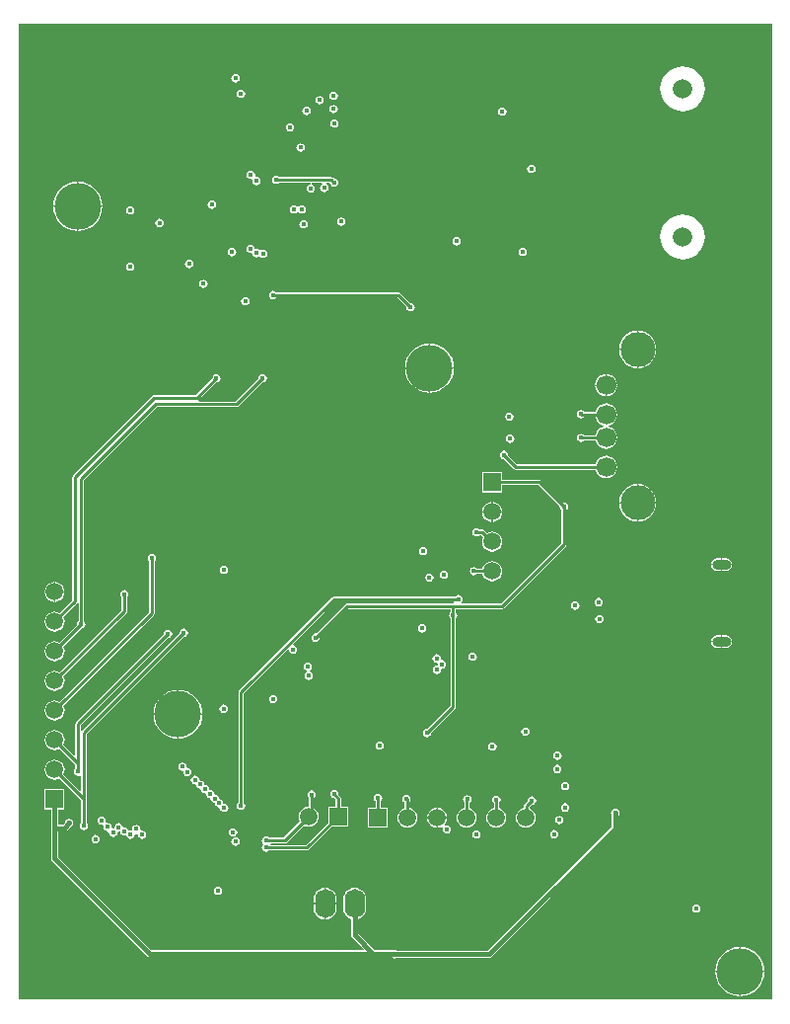
<source format=gbl>
G04*
G04 #@! TF.GenerationSoftware,Altium Limited,Altium Designer,20.1.11 (218)*
G04*
G04 Layer_Physical_Order=4*
G04 Layer_Color=16711680*
%FSLAX24Y24*%
%MOIN*%
G70*
G04*
G04 #@! TF.SameCoordinates,FE305F3D-5073-4B85-8CB4-D00664FC1F7A*
G04*
G04*
G04 #@! TF.FilePolarity,Positive*
G04*
G01*
G75*
%ADD94C,0.0100*%
%ADD95C,0.0150*%
%ADD97C,0.0669*%
%ADD98C,0.1181*%
%ADD99C,0.0591*%
%ADD100R,0.0591X0.0591*%
%ADD101R,0.0591X0.0591*%
%ADD102O,0.0689X0.0984*%
%ADD103C,0.0656*%
%ADD104C,0.1575*%
%ADD105O,0.0630X0.0354*%
%ADD106C,0.0177*%
%ADD107C,0.0500*%
%ADD108C,0.0260*%
G36*
X48160Y45640D02*
X48160Y13280D01*
X22710D01*
X22710Y46210D01*
X48160Y46210D01*
Y45640D01*
D02*
G37*
%LPC*%
G36*
X30030Y44521D02*
X29976Y44511D01*
X29930Y44480D01*
X29899Y44434D01*
X29889Y44380D01*
X29899Y44326D01*
X29930Y44280D01*
X29976Y44249D01*
X30030Y44239D01*
X30084Y44249D01*
X30130Y44280D01*
X30161Y44326D01*
X30171Y44380D01*
X30161Y44434D01*
X30130Y44480D01*
X30084Y44511D01*
X30030Y44521D01*
D02*
G37*
G36*
X30220Y44001D02*
X30166Y43991D01*
X30120Y43960D01*
X30089Y43914D01*
X30079Y43860D01*
X30089Y43806D01*
X30120Y43760D01*
X30166Y43729D01*
X30220Y43719D01*
X30274Y43729D01*
X30320Y43760D01*
X30351Y43806D01*
X30361Y43860D01*
X30351Y43914D01*
X30320Y43960D01*
X30274Y43991D01*
X30220Y44001D01*
D02*
G37*
G36*
X33350Y43931D02*
X33296Y43921D01*
X33250Y43890D01*
X33219Y43844D01*
X33209Y43790D01*
X33219Y43736D01*
X33250Y43690D01*
X33296Y43659D01*
X33350Y43649D01*
X33404Y43659D01*
X33450Y43690D01*
X33481Y43736D01*
X33491Y43790D01*
X33481Y43844D01*
X33450Y43890D01*
X33404Y43921D01*
X33350Y43931D01*
D02*
G37*
G36*
X32880Y43781D02*
X32826Y43771D01*
X32780Y43740D01*
X32749Y43694D01*
X32739Y43640D01*
X32749Y43586D01*
X32780Y43540D01*
X32826Y43509D01*
X32880Y43499D01*
X32934Y43509D01*
X32980Y43540D01*
X33011Y43586D01*
X33021Y43640D01*
X33011Y43694D01*
X32980Y43740D01*
X32934Y43771D01*
X32880Y43781D01*
D02*
G37*
G36*
X45147Y44788D02*
X44999Y44773D01*
X44857Y44730D01*
X44726Y44660D01*
X44611Y44566D01*
X44517Y44451D01*
X44447Y44320D01*
X44404Y44178D01*
X44389Y44030D01*
X44404Y43882D01*
X44447Y43740D01*
X44517Y43609D01*
X44611Y43494D01*
X44726Y43400D01*
X44857Y43330D01*
X44999Y43287D01*
X45147Y43272D01*
X45294Y43287D01*
X45437Y43330D01*
X45568Y43400D01*
X45682Y43494D01*
X45777Y43609D01*
X45847Y43740D01*
X45890Y43882D01*
X45904Y44030D01*
X45890Y44178D01*
X45847Y44320D01*
X45777Y44451D01*
X45682Y44566D01*
X45568Y44660D01*
X45437Y44730D01*
X45294Y44773D01*
X45147Y44788D01*
D02*
G37*
G36*
X33350Y43481D02*
X33296Y43471D01*
X33250Y43440D01*
X33219Y43394D01*
X33209Y43340D01*
X33219Y43286D01*
X33250Y43240D01*
X33296Y43209D01*
X33350Y43199D01*
X33404Y43209D01*
X33450Y43240D01*
X33481Y43286D01*
X33491Y43340D01*
X33481Y43394D01*
X33450Y43440D01*
X33404Y43471D01*
X33350Y43481D01*
D02*
G37*
G36*
X32430Y43421D02*
X32376Y43411D01*
X32330Y43380D01*
X32299Y43334D01*
X32289Y43280D01*
X32299Y43226D01*
X32330Y43180D01*
X32376Y43149D01*
X32430Y43139D01*
X32484Y43149D01*
X32530Y43180D01*
X32561Y43226D01*
X32571Y43280D01*
X32561Y43334D01*
X32530Y43380D01*
X32484Y43411D01*
X32430Y43421D01*
D02*
G37*
G36*
X39050Y43401D02*
X38996Y43391D01*
X38950Y43360D01*
X38919Y43314D01*
X38909Y43260D01*
X38919Y43206D01*
X38950Y43160D01*
X38996Y43129D01*
X39050Y43119D01*
X39104Y43129D01*
X39150Y43160D01*
X39181Y43206D01*
X39191Y43260D01*
X39181Y43314D01*
X39150Y43360D01*
X39104Y43391D01*
X39050Y43401D01*
D02*
G37*
G36*
X33380Y42991D02*
X33326Y42981D01*
X33280Y42950D01*
X33249Y42904D01*
X33239Y42850D01*
X33249Y42796D01*
X33280Y42750D01*
X33326Y42719D01*
X33380Y42709D01*
X33434Y42719D01*
X33480Y42750D01*
X33511Y42796D01*
X33521Y42850D01*
X33511Y42904D01*
X33480Y42950D01*
X33434Y42981D01*
X33380Y42991D01*
D02*
G37*
G36*
X31870Y42871D02*
X31816Y42861D01*
X31770Y42830D01*
X31739Y42784D01*
X31729Y42730D01*
X31739Y42676D01*
X31770Y42630D01*
X31816Y42599D01*
X31870Y42589D01*
X31924Y42599D01*
X31970Y42630D01*
X32001Y42676D01*
X32011Y42730D01*
X32001Y42784D01*
X31970Y42830D01*
X31924Y42861D01*
X31870Y42871D01*
D02*
G37*
G36*
X32230Y42181D02*
X32176Y42171D01*
X32130Y42140D01*
X32099Y42094D01*
X32089Y42040D01*
X32099Y41986D01*
X32130Y41940D01*
X32176Y41909D01*
X32230Y41899D01*
X32284Y41909D01*
X32330Y41940D01*
X32361Y41986D01*
X32371Y42040D01*
X32361Y42094D01*
X32330Y42140D01*
X32284Y42171D01*
X32230Y42181D01*
D02*
G37*
G36*
X40030Y41461D02*
X39976Y41451D01*
X39930Y41420D01*
X39899Y41374D01*
X39889Y41320D01*
X39899Y41266D01*
X39930Y41220D01*
X39976Y41189D01*
X40030Y41179D01*
X40084Y41189D01*
X40130Y41220D01*
X40161Y41266D01*
X40171Y41320D01*
X40161Y41374D01*
X40130Y41420D01*
X40084Y41451D01*
X40030Y41461D01*
D02*
G37*
G36*
X30551Y41261D02*
X30497Y41251D01*
X30452Y41220D01*
X30421Y41174D01*
X30410Y41120D01*
X30421Y41066D01*
X30452Y41020D01*
X30497Y40989D01*
X30551Y40979D01*
X30566Y40982D01*
X30604Y40938D01*
X30599Y40910D01*
X30609Y40856D01*
X30640Y40810D01*
X30686Y40779D01*
X30740Y40769D01*
X30794Y40779D01*
X30840Y40810D01*
X30871Y40856D01*
X30881Y40910D01*
X30871Y40964D01*
X30840Y41010D01*
X30794Y41041D01*
X30740Y41051D01*
X30726Y41048D01*
X30687Y41092D01*
X30693Y41120D01*
X30682Y41174D01*
X30651Y41220D01*
X30605Y41251D01*
X30551Y41261D01*
D02*
G37*
G36*
X31410Y41091D02*
X31356Y41081D01*
X31310Y41050D01*
X31279Y41004D01*
X31269Y40950D01*
X31279Y40896D01*
X31310Y40850D01*
X31356Y40819D01*
X31410Y40809D01*
X31464Y40819D01*
X31510Y40850D01*
X31515Y40858D01*
X32560D01*
X32565Y40808D01*
X32548Y40805D01*
X32526Y40801D01*
X32480Y40770D01*
X32449Y40724D01*
X32439Y40670D01*
X32449Y40616D01*
X32480Y40570D01*
X32526Y40539D01*
X32580Y40529D01*
X32634Y40539D01*
X32680Y40570D01*
X32711Y40616D01*
X32721Y40670D01*
X32711Y40724D01*
X32680Y40770D01*
X32634Y40801D01*
X32595Y40808D01*
X32600Y40858D01*
X32943D01*
X32973Y40812D01*
X32972Y40808D01*
X32930Y40780D01*
X32899Y40734D01*
X32889Y40680D01*
X32899Y40626D01*
X32930Y40580D01*
X32976Y40549D01*
X33030Y40539D01*
X33084Y40549D01*
X33130Y40580D01*
X33161Y40626D01*
X33171Y40680D01*
X33161Y40734D01*
X33130Y40780D01*
X33088Y40808D01*
X33087Y40812D01*
X33117Y40858D01*
X33221D01*
X33229Y40816D01*
X33260Y40770D01*
X33306Y40739D01*
X33360Y40729D01*
X33414Y40739D01*
X33460Y40770D01*
X33491Y40816D01*
X33501Y40870D01*
X33491Y40924D01*
X33460Y40970D01*
X33414Y41001D01*
X33360Y41011D01*
X33333Y41006D01*
X33324Y41015D01*
X33294Y41035D01*
X33259Y41042D01*
X31515D01*
X31510Y41050D01*
X31464Y41081D01*
X31410Y41091D01*
D02*
G37*
G36*
X24720Y40889D02*
Y40080D01*
X25529D01*
X25515Y40222D01*
X25468Y40378D01*
X25391Y40522D01*
X25288Y40648D01*
X25162Y40751D01*
X25018Y40828D01*
X24862Y40875D01*
X24720Y40889D01*
D02*
G37*
G36*
X24680D02*
X24538Y40875D01*
X24382Y40828D01*
X24238Y40751D01*
X24112Y40648D01*
X24009Y40522D01*
X23932Y40378D01*
X23885Y40222D01*
X23871Y40080D01*
X24680D01*
Y40889D01*
D02*
G37*
G36*
X29230Y40251D02*
X29176Y40241D01*
X29130Y40210D01*
X29099Y40164D01*
X29089Y40110D01*
X29099Y40056D01*
X29130Y40010D01*
X29176Y39979D01*
X29230Y39969D01*
X29284Y39979D01*
X29330Y40010D01*
X29361Y40056D01*
X29371Y40110D01*
X29361Y40164D01*
X29330Y40210D01*
X29284Y40241D01*
X29230Y40251D01*
D02*
G37*
G36*
X32003Y40098D02*
X31949Y40087D01*
X31903Y40057D01*
X31873Y40011D01*
X31862Y39957D01*
X31873Y39903D01*
X31903Y39857D01*
X31949Y39826D01*
X32003Y39815D01*
X32057Y39826D01*
X32103Y39857D01*
X32107Y39863D01*
X32167D01*
X32173Y39853D01*
X32219Y39823D01*
X32273Y39812D01*
X32327Y39823D01*
X32373Y39853D01*
X32404Y39899D01*
X32415Y39953D01*
X32404Y40007D01*
X32373Y40053D01*
X32327Y40084D01*
X32273Y40095D01*
X32219Y40084D01*
X32173Y40053D01*
X32170Y40047D01*
X32109D01*
X32103Y40057D01*
X32057Y40087D01*
X32003Y40098D01*
D02*
G37*
G36*
X26480Y40063D02*
X26426Y40052D01*
X26380Y40021D01*
X26349Y39975D01*
X26339Y39921D01*
X26349Y39867D01*
X26380Y39822D01*
X26426Y39791D01*
X26480Y39780D01*
X26534Y39791D01*
X26580Y39822D01*
X26611Y39867D01*
X26621Y39921D01*
X26611Y39975D01*
X26580Y40021D01*
X26534Y40052D01*
X26480Y40063D01*
D02*
G37*
G36*
X33610Y39681D02*
X33556Y39671D01*
X33510Y39640D01*
X33479Y39594D01*
X33469Y39540D01*
X33479Y39486D01*
X33510Y39440D01*
X33556Y39409D01*
X33610Y39399D01*
X33664Y39409D01*
X33710Y39440D01*
X33741Y39486D01*
X33751Y39540D01*
X33741Y39594D01*
X33710Y39640D01*
X33664Y39671D01*
X33610Y39681D01*
D02*
G37*
G36*
X27460Y39641D02*
X27406Y39631D01*
X27360Y39600D01*
X27329Y39554D01*
X27319Y39500D01*
X27329Y39446D01*
X27360Y39400D01*
X27406Y39369D01*
X27460Y39359D01*
X27514Y39369D01*
X27560Y39400D01*
X27591Y39446D01*
X27601Y39500D01*
X27591Y39554D01*
X27560Y39600D01*
X27514Y39631D01*
X27460Y39641D01*
D02*
G37*
G36*
X32330Y39591D02*
X32276Y39581D01*
X32230Y39550D01*
X32199Y39504D01*
X32189Y39450D01*
X32199Y39396D01*
X32230Y39350D01*
X32276Y39319D01*
X32330Y39309D01*
X32384Y39319D01*
X32430Y39350D01*
X32461Y39396D01*
X32471Y39450D01*
X32461Y39504D01*
X32430Y39550D01*
X32384Y39581D01*
X32330Y39591D01*
D02*
G37*
G36*
X25529Y40040D02*
X24720D01*
Y39231D01*
X24862Y39245D01*
X25018Y39292D01*
X25162Y39369D01*
X25288Y39472D01*
X25391Y39598D01*
X25468Y39742D01*
X25515Y39898D01*
X25529Y40040D01*
D02*
G37*
G36*
X24680D02*
X23871D01*
X23885Y39898D01*
X23932Y39742D01*
X24009Y39598D01*
X24112Y39472D01*
X24238Y39369D01*
X24382Y39292D01*
X24538Y39245D01*
X24680Y39231D01*
Y40040D01*
D02*
G37*
G36*
X37510Y39021D02*
X37456Y39011D01*
X37410Y38980D01*
X37379Y38934D01*
X37369Y38880D01*
X37379Y38826D01*
X37410Y38780D01*
X37456Y38749D01*
X37510Y38739D01*
X37564Y38749D01*
X37610Y38780D01*
X37641Y38826D01*
X37651Y38880D01*
X37641Y38934D01*
X37610Y38980D01*
X37564Y39011D01*
X37510Y39021D01*
D02*
G37*
G36*
X39740Y38661D02*
X39686Y38651D01*
X39640Y38620D01*
X39609Y38574D01*
X39599Y38520D01*
X39609Y38466D01*
X39640Y38420D01*
X39686Y38389D01*
X39740Y38379D01*
X39794Y38389D01*
X39840Y38420D01*
X39871Y38466D01*
X39881Y38520D01*
X39871Y38574D01*
X39840Y38620D01*
X39794Y38651D01*
X39740Y38661D01*
D02*
G37*
G36*
X29920Y38651D02*
X29866Y38641D01*
X29820Y38610D01*
X29789Y38564D01*
X29779Y38510D01*
X29789Y38456D01*
X29820Y38410D01*
X29866Y38379D01*
X29920Y38369D01*
X29974Y38379D01*
X30020Y38410D01*
X30051Y38456D01*
X30061Y38510D01*
X30051Y38564D01*
X30020Y38610D01*
X29974Y38641D01*
X29920Y38651D01*
D02*
G37*
G36*
X30545Y38761D02*
X30491Y38751D01*
X30445Y38720D01*
X30415Y38674D01*
X30404Y38620D01*
X30415Y38566D01*
X30445Y38520D01*
X30491Y38489D01*
X30545Y38479D01*
X30549Y38479D01*
X30589Y38480D01*
X30599Y38426D01*
X30630Y38380D01*
X30676Y38349D01*
X30730Y38339D01*
X30784Y38349D01*
X30802Y38361D01*
X30866Y38355D01*
X30912Y38324D01*
X30966Y38314D01*
X31020Y38324D01*
X31066Y38355D01*
X31096Y38401D01*
X31107Y38455D01*
X31096Y38509D01*
X31066Y38555D01*
X31020Y38585D01*
X30966Y38596D01*
X30912Y38585D01*
X30894Y38574D01*
X30830Y38580D01*
X30784Y38611D01*
X30730Y38621D01*
X30726Y38621D01*
X30687Y38620D01*
X30676Y38674D01*
X30645Y38720D01*
X30599Y38751D01*
X30545Y38761D01*
D02*
G37*
G36*
X45147Y39788D02*
X44999Y39773D01*
X44857Y39730D01*
X44726Y39660D01*
X44611Y39566D01*
X44517Y39451D01*
X44447Y39320D01*
X44404Y39178D01*
X44389Y39030D01*
X44404Y38882D01*
X44447Y38740D01*
X44517Y38609D01*
X44611Y38494D01*
X44726Y38400D01*
X44857Y38330D01*
X44999Y38287D01*
X45147Y38272D01*
X45294Y38287D01*
X45437Y38330D01*
X45568Y38400D01*
X45682Y38494D01*
X45777Y38609D01*
X45847Y38740D01*
X45890Y38882D01*
X45904Y39030D01*
X45890Y39178D01*
X45847Y39320D01*
X45777Y39451D01*
X45682Y39566D01*
X45568Y39660D01*
X45437Y39730D01*
X45294Y39773D01*
X45147Y39788D01*
D02*
G37*
G36*
X28460Y38251D02*
X28406Y38241D01*
X28360Y38210D01*
X28329Y38164D01*
X28319Y38110D01*
X28329Y38056D01*
X28360Y38010D01*
X28406Y37979D01*
X28460Y37969D01*
X28514Y37979D01*
X28560Y38010D01*
X28591Y38056D01*
X28601Y38110D01*
X28591Y38164D01*
X28560Y38210D01*
X28514Y38241D01*
X28460Y38251D01*
D02*
G37*
G36*
X26470Y38161D02*
X26416Y38151D01*
X26370Y38120D01*
X26339Y38074D01*
X26329Y38020D01*
X26339Y37966D01*
X26370Y37920D01*
X26416Y37889D01*
X26470Y37879D01*
X26524Y37889D01*
X26570Y37920D01*
X26601Y37966D01*
X26611Y38020D01*
X26601Y38074D01*
X26570Y38120D01*
X26524Y38151D01*
X26470Y38161D01*
D02*
G37*
G36*
X28950Y37581D02*
X28896Y37571D01*
X28850Y37540D01*
X28819Y37494D01*
X28809Y37440D01*
X28819Y37386D01*
X28850Y37340D01*
X28896Y37309D01*
X28950Y37299D01*
X29004Y37309D01*
X29050Y37340D01*
X29081Y37386D01*
X29091Y37440D01*
X29081Y37494D01*
X29050Y37540D01*
X29004Y37571D01*
X28950Y37581D01*
D02*
G37*
G36*
X30360Y37001D02*
X30306Y36991D01*
X30260Y36960D01*
X30229Y36914D01*
X30219Y36860D01*
X30229Y36806D01*
X30260Y36760D01*
X30306Y36729D01*
X30360Y36719D01*
X30414Y36729D01*
X30460Y36760D01*
X30491Y36806D01*
X30501Y36860D01*
X30491Y36914D01*
X30460Y36960D01*
X30414Y36991D01*
X30360Y37001D01*
D02*
G37*
G36*
X31300Y37211D02*
X31246Y37201D01*
X31200Y37170D01*
X31169Y37124D01*
X31159Y37070D01*
X31169Y37016D01*
X31200Y36970D01*
X31246Y36939D01*
X31300Y36929D01*
X31354Y36939D01*
X31400Y36970D01*
X31405Y36978D01*
X35492D01*
X35811Y36660D01*
X35809Y36650D01*
X35819Y36596D01*
X35850Y36550D01*
X35896Y36519D01*
X35950Y36509D01*
X36004Y36519D01*
X36050Y36550D01*
X36081Y36596D01*
X36091Y36650D01*
X36081Y36704D01*
X36050Y36750D01*
X36004Y36781D01*
X35950Y36791D01*
X35940Y36789D01*
X35595Y37135D01*
X35565Y37155D01*
X35530Y37162D01*
X31405D01*
X31400Y37170D01*
X31354Y37201D01*
X31300Y37211D01*
D02*
G37*
G36*
X43644Y35858D02*
Y35247D01*
X44255D01*
X44245Y35350D01*
X44209Y35469D01*
X44151Y35579D01*
X44072Y35675D01*
X43976Y35753D01*
X43866Y35812D01*
X43747Y35848D01*
X43644Y35858D01*
D02*
G37*
G36*
X43604Y35858D02*
X43500Y35848D01*
X43381Y35812D01*
X43272Y35753D01*
X43176Y35675D01*
X43097Y35579D01*
X43038Y35469D01*
X43002Y35350D01*
X42992Y35247D01*
X43604D01*
Y35858D01*
D02*
G37*
G36*
X36610Y35429D02*
Y34620D01*
X37419D01*
X37405Y34762D01*
X37358Y34918D01*
X37281Y35062D01*
X37178Y35188D01*
X37052Y35291D01*
X36908Y35368D01*
X36752Y35415D01*
X36610Y35429D01*
D02*
G37*
G36*
X36570D02*
X36428Y35415D01*
X36272Y35368D01*
X36128Y35291D01*
X36002Y35188D01*
X35899Y35062D01*
X35822Y34918D01*
X35775Y34762D01*
X35761Y34620D01*
X36570D01*
Y35429D01*
D02*
G37*
G36*
X44255Y35207D02*
X43644D01*
Y34595D01*
X43747Y34605D01*
X43866Y34641D01*
X43976Y34700D01*
X44072Y34779D01*
X44151Y34875D01*
X44209Y34984D01*
X44245Y35103D01*
X44255Y35207D01*
D02*
G37*
G36*
X43604D02*
X42992D01*
X43002Y35103D01*
X43038Y34984D01*
X43097Y34875D01*
X43176Y34779D01*
X43272Y34700D01*
X43381Y34641D01*
X43500Y34605D01*
X43604Y34595D01*
Y35207D01*
D02*
G37*
G36*
X30950Y34401D02*
X30896Y34391D01*
X30850Y34360D01*
X30819Y34314D01*
X30809Y34260D01*
X30811Y34250D01*
X30032Y33472D01*
X28805D01*
X28790Y33522D01*
X28795Y33525D01*
X29380Y34111D01*
X29390Y34109D01*
X29444Y34119D01*
X29490Y34150D01*
X29521Y34196D01*
X29531Y34250D01*
X29521Y34304D01*
X29490Y34350D01*
X29444Y34381D01*
X29390Y34391D01*
X29336Y34381D01*
X29290Y34350D01*
X29259Y34304D01*
X29249Y34250D01*
X29251Y34240D01*
X28692Y33682D01*
X27270D01*
X27235Y33675D01*
X27205Y33655D01*
X24545Y30995D01*
X24525Y30965D01*
X24518Y30930D01*
Y26768D01*
X24085Y26335D01*
X24008Y26367D01*
X23920Y26378D01*
X23832Y26367D01*
X23751Y26333D01*
X23681Y26279D01*
X23627Y26209D01*
X23593Y26128D01*
X23582Y26040D01*
X23593Y25952D01*
X23627Y25871D01*
X23681Y25801D01*
X23751Y25747D01*
X23832Y25713D01*
X23920Y25702D01*
X24008Y25713D01*
X24089Y25747D01*
X24159Y25801D01*
X24213Y25871D01*
X24247Y25952D01*
X24258Y26040D01*
X24247Y26128D01*
X24215Y26205D01*
X24675Y26665D01*
X24678Y26670D01*
X24728Y26655D01*
Y26045D01*
X24720Y26040D01*
X24689Y25994D01*
X24679Y25940D01*
X24681Y25930D01*
X24085Y25335D01*
X24008Y25367D01*
X23920Y25378D01*
X23832Y25367D01*
X23751Y25333D01*
X23681Y25279D01*
X23627Y25209D01*
X23593Y25128D01*
X23582Y25040D01*
X23593Y24952D01*
X23627Y24871D01*
X23681Y24801D01*
X23751Y24747D01*
X23832Y24713D01*
X23920Y24702D01*
X24008Y24713D01*
X24089Y24747D01*
X24159Y24801D01*
X24213Y24871D01*
X24247Y24952D01*
X24258Y25040D01*
X24247Y25128D01*
X24215Y25205D01*
X24810Y25801D01*
X24820Y25799D01*
X24874Y25809D01*
X24920Y25840D01*
X24951Y25886D01*
X24961Y25940D01*
X24951Y25994D01*
X24920Y26040D01*
X24912Y26045D01*
Y30832D01*
X27368Y33288D01*
X30070D01*
X30105Y33295D01*
X30135Y33315D01*
X30940Y34121D01*
X30950Y34119D01*
X31004Y34129D01*
X31050Y34160D01*
X31081Y34206D01*
X31091Y34260D01*
X31081Y34314D01*
X31050Y34360D01*
X31004Y34391D01*
X30950Y34401D01*
D02*
G37*
G36*
X42577Y34393D02*
Y34038D01*
X42932D01*
X42922Y34116D01*
X42884Y34207D01*
X42824Y34285D01*
X42746Y34345D01*
X42655Y34383D01*
X42577Y34393D01*
D02*
G37*
G36*
X42537D02*
X42459Y34383D01*
X42368Y34345D01*
X42290Y34285D01*
X42230Y34207D01*
X42192Y34116D01*
X42182Y34038D01*
X42537D01*
Y34393D01*
D02*
G37*
G36*
X37419Y34580D02*
X36610D01*
Y33771D01*
X36752Y33785D01*
X36908Y33832D01*
X37052Y33909D01*
X37178Y34012D01*
X37281Y34138D01*
X37358Y34282D01*
X37405Y34438D01*
X37419Y34580D01*
D02*
G37*
G36*
X36570D02*
X35761D01*
X35775Y34438D01*
X35822Y34282D01*
X35899Y34138D01*
X36002Y34012D01*
X36128Y33909D01*
X36272Y33832D01*
X36428Y33785D01*
X36570Y33771D01*
Y34580D01*
D02*
G37*
G36*
X42537Y33998D02*
X42182D01*
X42192Y33920D01*
X42230Y33829D01*
X42290Y33751D01*
X42368Y33691D01*
X42459Y33653D01*
X42537Y33643D01*
Y33998D01*
D02*
G37*
G36*
X42932D02*
X42577D01*
Y33643D01*
X42655Y33653D01*
X42746Y33691D01*
X42824Y33751D01*
X42884Y33829D01*
X42922Y33920D01*
X42932Y33998D01*
D02*
G37*
G36*
X42557Y33412D02*
X42459Y33399D01*
X42368Y33361D01*
X42290Y33301D01*
X42230Y33223D01*
X42192Y33131D01*
X42191Y33129D01*
X41817D01*
X41810Y33140D01*
X41764Y33171D01*
X41710Y33181D01*
X41656Y33171D01*
X41610Y33140D01*
X41579Y33094D01*
X41569Y33040D01*
X41579Y32986D01*
X41610Y32940D01*
X41656Y32909D01*
X41710Y32899D01*
X41764Y32909D01*
X41810Y32940D01*
X41813Y32945D01*
X42191D01*
X42192Y32936D01*
X42230Y32845D01*
X42290Y32766D01*
X42368Y32706D01*
X42459Y32669D01*
X42486Y32665D01*
Y32615D01*
X42459Y32611D01*
X42368Y32574D01*
X42290Y32513D01*
X42230Y32435D01*
X42192Y32344D01*
X42191Y32335D01*
X41823D01*
X41820Y32340D01*
X41774Y32371D01*
X41720Y32381D01*
X41666Y32371D01*
X41620Y32340D01*
X41589Y32294D01*
X41579Y32240D01*
X41589Y32186D01*
X41620Y32140D01*
X41666Y32109D01*
X41720Y32099D01*
X41774Y32109D01*
X41820Y32140D01*
X41827Y32151D01*
X42191D01*
X42192Y32148D01*
X42230Y32057D01*
X42290Y31979D01*
X42368Y31919D01*
X42459Y31881D01*
X42557Y31868D01*
X42655Y31881D01*
X42746Y31919D01*
X42824Y31979D01*
X42884Y32057D01*
X42922Y32148D01*
X42935Y32246D01*
X42922Y32344D01*
X42884Y32435D01*
X42824Y32513D01*
X42746Y32574D01*
X42655Y32611D01*
X42628Y32615D01*
Y32665D01*
X42655Y32669D01*
X42746Y32706D01*
X42824Y32766D01*
X42884Y32845D01*
X42922Y32936D01*
X42935Y33034D01*
X42922Y33131D01*
X42884Y33223D01*
X42824Y33301D01*
X42746Y33361D01*
X42655Y33399D01*
X42557Y33412D01*
D02*
G37*
G36*
X39290Y33101D02*
X39236Y33091D01*
X39190Y33060D01*
X39159Y33014D01*
X39149Y32960D01*
X39159Y32906D01*
X39190Y32860D01*
X39236Y32829D01*
X39290Y32819D01*
X39344Y32829D01*
X39390Y32860D01*
X39421Y32906D01*
X39431Y32960D01*
X39421Y33014D01*
X39390Y33060D01*
X39344Y33091D01*
X39290Y33101D01*
D02*
G37*
G36*
X39320Y32351D02*
X39266Y32341D01*
X39220Y32310D01*
X39189Y32264D01*
X39179Y32210D01*
X39189Y32156D01*
X39220Y32110D01*
X39266Y32079D01*
X39320Y32069D01*
X39374Y32079D01*
X39420Y32110D01*
X39451Y32156D01*
X39461Y32210D01*
X39451Y32264D01*
X39420Y32310D01*
X39374Y32341D01*
X39320Y32351D01*
D02*
G37*
G36*
X39110Y31811D02*
X39056Y31801D01*
X39010Y31770D01*
X38979Y31724D01*
X38969Y31670D01*
X38979Y31616D01*
X39010Y31570D01*
X39056Y31539D01*
X39110Y31529D01*
X39120Y31531D01*
X39453Y31197D01*
X39483Y31177D01*
X39518Y31170D01*
X42191D01*
X42192Y31164D01*
X42230Y31073D01*
X42290Y30995D01*
X42368Y30935D01*
X42459Y30897D01*
X42557Y30884D01*
X42655Y30897D01*
X42746Y30935D01*
X42824Y30995D01*
X42884Y31073D01*
X42922Y31164D01*
X42935Y31262D01*
X42922Y31360D01*
X42884Y31451D01*
X42824Y31529D01*
X42746Y31589D01*
X42655Y31627D01*
X42557Y31640D01*
X42459Y31627D01*
X42368Y31589D01*
X42290Y31529D01*
X42230Y31451D01*
X42192Y31360D01*
X42191Y31354D01*
X39556D01*
X39249Y31660D01*
X39251Y31670D01*
X39241Y31724D01*
X39210Y31770D01*
X39164Y31801D01*
X39110Y31811D01*
D02*
G37*
G36*
X43644Y30685D02*
Y30073D01*
X44255D01*
X44245Y30177D01*
X44209Y30296D01*
X44151Y30405D01*
X44072Y30501D01*
X43976Y30580D01*
X43866Y30639D01*
X43747Y30675D01*
X43644Y30685D01*
D02*
G37*
G36*
X43604D02*
X43500Y30675D01*
X43381Y30639D01*
X43272Y30580D01*
X43176Y30501D01*
X43097Y30405D01*
X43038Y30296D01*
X43002Y30177D01*
X42992Y30073D01*
X43604D01*
Y30685D01*
D02*
G37*
G36*
X38730Y30076D02*
Y29760D01*
X39046D01*
X39037Y29828D01*
X39003Y29909D01*
X38949Y29979D01*
X38879Y30033D01*
X38798Y30067D01*
X38730Y30076D01*
D02*
G37*
G36*
X38690D02*
X38622Y30067D01*
X38541Y30033D01*
X38471Y29979D01*
X38417Y29909D01*
X38383Y29828D01*
X38374Y29760D01*
X38690D01*
Y30076D01*
D02*
G37*
G36*
X44255Y30033D02*
X43644D01*
Y29422D01*
X43747Y29432D01*
X43866Y29468D01*
X43976Y29527D01*
X44072Y29605D01*
X44151Y29701D01*
X44209Y29811D01*
X44245Y29930D01*
X44255Y30033D01*
D02*
G37*
G36*
X43604D02*
X42992D01*
X43002Y29930D01*
X43038Y29811D01*
X43097Y29701D01*
X43176Y29605D01*
X43272Y29527D01*
X43381Y29468D01*
X43500Y29432D01*
X43604Y29422D01*
Y30033D01*
D02*
G37*
G36*
X39046Y29720D02*
X38730D01*
Y29404D01*
X38798Y29413D01*
X38879Y29447D01*
X38949Y29501D01*
X39003Y29571D01*
X39037Y29652D01*
X39046Y29720D01*
D02*
G37*
G36*
X38690D02*
X38374D01*
X38383Y29652D01*
X38417Y29571D01*
X38471Y29501D01*
X38541Y29447D01*
X38622Y29413D01*
X38690Y29404D01*
Y29720D01*
D02*
G37*
G36*
X38180Y29201D02*
X38126Y29191D01*
X38080Y29160D01*
X38049Y29114D01*
X38039Y29060D01*
X38049Y29006D01*
X38080Y28960D01*
X38126Y28929D01*
X38180Y28919D01*
X38234Y28929D01*
X38280Y28960D01*
X38283Y28965D01*
X38332Y28968D01*
X38410Y28891D01*
X38383Y28828D01*
X38372Y28740D01*
X38383Y28652D01*
X38417Y28571D01*
X38471Y28501D01*
X38541Y28447D01*
X38622Y28413D01*
X38710Y28402D01*
X38798Y28413D01*
X38879Y28447D01*
X38949Y28501D01*
X39003Y28571D01*
X39037Y28652D01*
X39048Y28740D01*
X39037Y28828D01*
X39003Y28909D01*
X38949Y28979D01*
X38879Y29033D01*
X38798Y29067D01*
X38710Y29078D01*
X38622Y29067D01*
X38541Y29033D01*
X38533Y29027D01*
X38435Y29125D01*
X38405Y29145D01*
X38370Y29152D01*
X38285D01*
X38280Y29160D01*
X38234Y29191D01*
X38180Y29201D01*
D02*
G37*
G36*
X36370Y28561D02*
X36316Y28551D01*
X36270Y28520D01*
X36239Y28474D01*
X36229Y28420D01*
X36239Y28366D01*
X36270Y28320D01*
X36316Y28289D01*
X36370Y28279D01*
X36424Y28289D01*
X36470Y28320D01*
X36501Y28366D01*
X36511Y28420D01*
X36501Y28474D01*
X36470Y28520D01*
X36424Y28551D01*
X36370Y28561D01*
D02*
G37*
G36*
X46598Y28183D02*
X46480D01*
Y27982D01*
X46815D01*
X46802Y28046D01*
X46754Y28118D01*
X46683Y28166D01*
X46598Y28183D01*
D02*
G37*
G36*
X46440D02*
X46322D01*
X46237Y28166D01*
X46166Y28118D01*
X46118Y28046D01*
X46105Y27982D01*
X46440D01*
Y28183D01*
D02*
G37*
G36*
X38710Y28078D02*
X38622Y28067D01*
X38541Y28033D01*
X38471Y27979D01*
X38417Y27909D01*
X38385Y27832D01*
X38195D01*
X38190Y27840D01*
X38144Y27871D01*
X38090Y27881D01*
X38036Y27871D01*
X37990Y27840D01*
X37959Y27794D01*
X37949Y27740D01*
X37959Y27686D01*
X37990Y27640D01*
X38036Y27609D01*
X38090Y27599D01*
X38144Y27609D01*
X38190Y27640D01*
X38195Y27648D01*
X38385D01*
X38417Y27571D01*
X38471Y27501D01*
X38541Y27447D01*
X38622Y27413D01*
X38710Y27402D01*
X38798Y27413D01*
X38879Y27447D01*
X38949Y27501D01*
X39003Y27571D01*
X39037Y27652D01*
X39048Y27740D01*
X39037Y27828D01*
X39003Y27909D01*
X38949Y27979D01*
X38879Y28033D01*
X38798Y28067D01*
X38710Y28078D01*
D02*
G37*
G36*
X46815Y27942D02*
X46480D01*
Y27740D01*
X46598D01*
X46683Y27757D01*
X46754Y27805D01*
X46802Y27877D01*
X46815Y27942D01*
D02*
G37*
G36*
X46440D02*
X46105D01*
X46118Y27877D01*
X46166Y27805D01*
X46237Y27757D01*
X46322Y27740D01*
X46440D01*
Y27942D01*
D02*
G37*
G36*
X29644Y27928D02*
X29590Y27918D01*
X29544Y27887D01*
X29513Y27841D01*
X29502Y27787D01*
X29513Y27733D01*
X29544Y27687D01*
X29590Y27657D01*
X29644Y27646D01*
X29698Y27657D01*
X29744Y27687D01*
X29774Y27733D01*
X29785Y27787D01*
X29774Y27841D01*
X29744Y27887D01*
X29698Y27918D01*
X29644Y27928D01*
D02*
G37*
G36*
X37080Y27761D02*
X37026Y27751D01*
X36980Y27720D01*
X36949Y27674D01*
X36939Y27620D01*
X36949Y27566D01*
X36980Y27520D01*
X37026Y27489D01*
X37080Y27479D01*
X37134Y27489D01*
X37180Y27520D01*
X37211Y27566D01*
X37221Y27620D01*
X37211Y27674D01*
X37180Y27720D01*
X37134Y27751D01*
X37080Y27761D01*
D02*
G37*
G36*
X36590Y27671D02*
X36536Y27661D01*
X36490Y27630D01*
X36459Y27584D01*
X36449Y27530D01*
X36459Y27476D01*
X36490Y27430D01*
X36536Y27399D01*
X36590Y27389D01*
X36644Y27399D01*
X36690Y27430D01*
X36721Y27476D01*
X36731Y27530D01*
X36721Y27584D01*
X36690Y27630D01*
X36644Y27661D01*
X36590Y27671D01*
D02*
G37*
G36*
X23940Y27376D02*
Y27060D01*
X24256D01*
X24247Y27128D01*
X24213Y27209D01*
X24159Y27279D01*
X24089Y27333D01*
X24008Y27367D01*
X23940Y27376D01*
D02*
G37*
G36*
X23900D02*
X23832Y27367D01*
X23751Y27333D01*
X23681Y27279D01*
X23627Y27209D01*
X23593Y27128D01*
X23584Y27060D01*
X23900D01*
Y27376D01*
D02*
G37*
G36*
X24256Y27020D02*
X23940D01*
Y26704D01*
X24008Y26713D01*
X24089Y26747D01*
X24159Y26801D01*
X24213Y26871D01*
X24247Y26952D01*
X24256Y27020D01*
D02*
G37*
G36*
X23900D02*
X23584D01*
X23593Y26952D01*
X23627Y26871D01*
X23681Y26801D01*
X23751Y26747D01*
X23832Y26713D01*
X23900Y26704D01*
Y27020D01*
D02*
G37*
G36*
X39045Y31075D02*
X38375D01*
Y30405D01*
X39045D01*
Y30648D01*
X40272D01*
X40991Y29930D01*
X40989Y29920D01*
X40999Y29866D01*
X41030Y29820D01*
X41038Y29815D01*
Y28688D01*
X39002Y26652D01*
X37678D01*
X37663Y26692D01*
X37661Y26702D01*
X37691Y26746D01*
X37701Y26800D01*
X37691Y26854D01*
X37660Y26900D01*
X37614Y26931D01*
X37560Y26941D01*
X37506Y26931D01*
X37460Y26900D01*
X37455Y26892D01*
X33360D01*
X33325Y26885D01*
X33295Y26865D01*
X30152Y23722D01*
X30132Y23692D01*
X30125Y23657D01*
Y19929D01*
X30117Y19923D01*
X30086Y19877D01*
X30075Y19823D01*
X30086Y19769D01*
X30117Y19723D01*
X30163Y19693D01*
X30217Y19682D01*
X30271Y19693D01*
X30317Y19723D01*
X30347Y19769D01*
X30358Y19823D01*
X30347Y19877D01*
X30317Y19923D01*
X30308Y19929D01*
Y23619D01*
X31791Y25102D01*
X31794Y25101D01*
X31842Y25082D01*
X31849Y25046D01*
X31880Y25000D01*
X31926Y24969D01*
X31980Y24959D01*
X32034Y24969D01*
X32080Y25000D01*
X32111Y25046D01*
X32121Y25100D01*
X32111Y25154D01*
X32080Y25200D01*
X32034Y25231D01*
X31998Y25238D01*
X31979Y25286D01*
X31978Y25289D01*
X33398Y26708D01*
X37409D01*
X37410Y26708D01*
X37414Y26702D01*
X37388Y26652D01*
X33795D01*
X33760Y26645D01*
X33730Y26625D01*
X32745Y25639D01*
X32735Y25641D01*
X32681Y25631D01*
X32635Y25600D01*
X32604Y25554D01*
X32594Y25500D01*
X32604Y25446D01*
X32635Y25400D01*
X32681Y25369D01*
X32735Y25359D01*
X32789Y25369D01*
X32835Y25400D01*
X32866Y25446D01*
X32876Y25500D01*
X32874Y25510D01*
X33833Y26468D01*
X37298D01*
Y26355D01*
X37290Y26350D01*
X37259Y26304D01*
X37249Y26250D01*
X37259Y26196D01*
X37290Y26150D01*
X37298Y26145D01*
Y23208D01*
X36510Y22419D01*
X36500Y22421D01*
X36446Y22411D01*
X36400Y22380D01*
X36369Y22334D01*
X36359Y22280D01*
X36369Y22226D01*
X36400Y22180D01*
X36446Y22149D01*
X36500Y22139D01*
X36554Y22149D01*
X36600Y22180D01*
X36631Y22226D01*
X36641Y22280D01*
X36639Y22290D01*
X37455Y23105D01*
X37475Y23135D01*
X37482Y23170D01*
Y26145D01*
X37490Y26150D01*
X37521Y26196D01*
X37531Y26250D01*
X37521Y26304D01*
X37490Y26350D01*
X37482Y26355D01*
Y26468D01*
X39040D01*
X39075Y26475D01*
X39105Y26495D01*
X41195Y28585D01*
X41215Y28615D01*
X41222Y28650D01*
Y29815D01*
X41230Y29820D01*
X41261Y29866D01*
X41271Y29920D01*
X41261Y29974D01*
X41230Y30020D01*
X41184Y30051D01*
X41130Y30061D01*
X41120Y30059D01*
X40375Y30805D01*
X40345Y30825D01*
X40310Y30832D01*
X39045D01*
Y31075D01*
D02*
G37*
G36*
X42310Y26841D02*
X42256Y26831D01*
X42210Y26800D01*
X42179Y26754D01*
X42169Y26700D01*
X42179Y26646D01*
X42210Y26600D01*
X42256Y26569D01*
X42310Y26559D01*
X42364Y26569D01*
X42410Y26600D01*
X42441Y26646D01*
X42451Y26700D01*
X42441Y26754D01*
X42410Y26800D01*
X42364Y26831D01*
X42310Y26841D01*
D02*
G37*
G36*
X41520Y26721D02*
X41466Y26711D01*
X41420Y26680D01*
X41389Y26634D01*
X41379Y26580D01*
X41389Y26526D01*
X41420Y26480D01*
X41466Y26449D01*
X41520Y26439D01*
X41574Y26449D01*
X41620Y26480D01*
X41651Y26526D01*
X41661Y26580D01*
X41651Y26634D01*
X41620Y26680D01*
X41574Y26711D01*
X41520Y26721D01*
D02*
G37*
G36*
X42330Y26271D02*
X42276Y26261D01*
X42230Y26230D01*
X42199Y26184D01*
X42189Y26130D01*
X42199Y26076D01*
X42230Y26030D01*
X42276Y25999D01*
X42330Y25989D01*
X42384Y25999D01*
X42430Y26030D01*
X42461Y26076D01*
X42471Y26130D01*
X42461Y26184D01*
X42430Y26230D01*
X42384Y26261D01*
X42330Y26271D01*
D02*
G37*
G36*
X36340Y25951D02*
X36286Y25941D01*
X36240Y25910D01*
X36209Y25864D01*
X36199Y25810D01*
X36209Y25756D01*
X36240Y25710D01*
X36286Y25679D01*
X36340Y25669D01*
X36394Y25679D01*
X36440Y25710D01*
X36471Y25756D01*
X36481Y25810D01*
X36471Y25864D01*
X36440Y25910D01*
X36394Y25941D01*
X36340Y25951D01*
D02*
G37*
G36*
X28290Y25811D02*
X28236Y25801D01*
X28190Y25770D01*
X28159Y25724D01*
X28149Y25670D01*
X28151Y25660D01*
X24852Y22362D01*
X24825Y22367D01*
X24802Y22380D01*
Y22552D01*
X27740Y25491D01*
X27750Y25489D01*
X27804Y25499D01*
X27850Y25530D01*
X27881Y25576D01*
X27891Y25630D01*
X27881Y25684D01*
X27850Y25730D01*
X27804Y25761D01*
X27750Y25771D01*
X27696Y25761D01*
X27650Y25730D01*
X27619Y25684D01*
X27609Y25630D01*
X27611Y25620D01*
X24645Y22655D01*
X24625Y22625D01*
X24618Y22590D01*
Y21537D01*
X24572Y21518D01*
X24215Y21875D01*
X24247Y21952D01*
X24258Y22040D01*
X24247Y22128D01*
X24213Y22209D01*
X24159Y22279D01*
X24089Y22333D01*
X24008Y22367D01*
X23920Y22378D01*
X23832Y22367D01*
X23751Y22333D01*
X23681Y22279D01*
X23627Y22209D01*
X23593Y22128D01*
X23582Y22040D01*
X23593Y21952D01*
X23627Y21871D01*
X23681Y21801D01*
X23751Y21747D01*
X23832Y21713D01*
X23920Y21702D01*
X24008Y21713D01*
X24085Y21745D01*
X24618Y21212D01*
Y21085D01*
X24610Y21080D01*
X24579Y21034D01*
X24569Y20980D01*
X24579Y20926D01*
X24610Y20880D01*
X24656Y20849D01*
X24710Y20839D01*
X24764Y20849D01*
X24768Y20852D01*
X24818Y20826D01*
Y20337D01*
X24772Y20318D01*
X24215Y20875D01*
X24247Y20952D01*
X24258Y21040D01*
X24247Y21128D01*
X24213Y21209D01*
X24159Y21279D01*
X24089Y21333D01*
X24008Y21367D01*
X23920Y21378D01*
X23832Y21367D01*
X23751Y21333D01*
X23681Y21279D01*
X23627Y21209D01*
X23593Y21128D01*
X23582Y21040D01*
X23593Y20952D01*
X23627Y20871D01*
X23681Y20801D01*
X23751Y20747D01*
X23832Y20713D01*
X23920Y20702D01*
X24008Y20713D01*
X24085Y20745D01*
X24818Y20012D01*
Y19245D01*
X24810Y19240D01*
X24779Y19194D01*
X24769Y19140D01*
X24779Y19086D01*
X24810Y19040D01*
X24856Y19009D01*
X24910Y18999D01*
X24964Y19009D01*
X25010Y19040D01*
X25041Y19086D01*
X25051Y19140D01*
X25041Y19194D01*
X25010Y19240D01*
X25002Y19245D01*
Y20050D01*
Y22252D01*
X28280Y25531D01*
X28290Y25529D01*
X28344Y25539D01*
X28390Y25570D01*
X28421Y25616D01*
X28431Y25670D01*
X28421Y25724D01*
X28390Y25770D01*
X28344Y25801D01*
X28290Y25811D01*
D02*
G37*
G36*
X46598Y25585D02*
X46480D01*
Y25383D01*
X46815D01*
X46802Y25448D01*
X46754Y25520D01*
X46683Y25568D01*
X46598Y25585D01*
D02*
G37*
G36*
X46440D02*
X46322D01*
X46237Y25568D01*
X46166Y25520D01*
X46118Y25448D01*
X46105Y25383D01*
X46440D01*
Y25585D01*
D02*
G37*
G36*
X46815Y25343D02*
X46480D01*
Y25142D01*
X46598D01*
X46683Y25159D01*
X46754Y25207D01*
X46802Y25278D01*
X46815Y25343D01*
D02*
G37*
G36*
X46440D02*
X46105D01*
X46118Y25278D01*
X46166Y25207D01*
X46237Y25159D01*
X46322Y25142D01*
X46440D01*
Y25343D01*
D02*
G37*
G36*
X38052Y24991D02*
X37998Y24980D01*
X37952Y24949D01*
X37921Y24903D01*
X37911Y24849D01*
X37921Y24795D01*
X37952Y24749D01*
X37998Y24719D01*
X38052Y24708D01*
X38106Y24719D01*
X38152Y24749D01*
X38182Y24795D01*
X38193Y24849D01*
X38182Y24903D01*
X38152Y24949D01*
X38106Y24980D01*
X38052Y24991D01*
D02*
G37*
G36*
X26279Y27111D02*
X26225Y27101D01*
X26179Y27070D01*
X26148Y27024D01*
X26137Y26970D01*
X26148Y26916D01*
X26179Y26870D01*
X26187Y26865D01*
Y26437D01*
X24085Y24335D01*
X24008Y24367D01*
X23920Y24378D01*
X23832Y24367D01*
X23751Y24333D01*
X23681Y24279D01*
X23627Y24209D01*
X23593Y24128D01*
X23582Y24040D01*
X23593Y23952D01*
X23627Y23871D01*
X23681Y23801D01*
X23751Y23747D01*
X23832Y23713D01*
X23920Y23702D01*
X24008Y23713D01*
X24089Y23747D01*
X24159Y23801D01*
X24213Y23871D01*
X24247Y23952D01*
X24258Y24040D01*
X24247Y24128D01*
X24215Y24205D01*
X26343Y26334D01*
X26363Y26363D01*
X26370Y26399D01*
Y26865D01*
X26378Y26870D01*
X26409Y26916D01*
X26420Y26970D01*
X26409Y27024D01*
X26378Y27070D01*
X26333Y27101D01*
X26279Y27111D01*
D02*
G37*
G36*
X36830Y24941D02*
X36776Y24931D01*
X36730Y24900D01*
X36699Y24854D01*
X36689Y24800D01*
X36699Y24746D01*
X36730Y24700D01*
X36776Y24669D01*
X36830Y24659D01*
X36872Y24616D01*
X36869Y24600D01*
X36869Y24596D01*
X36840Y24551D01*
X36832Y24550D01*
X36786Y24541D01*
X36740Y24510D01*
X36709Y24464D01*
X36699Y24410D01*
X36709Y24356D01*
X36740Y24310D01*
X36786Y24279D01*
X36840Y24269D01*
X36894Y24279D01*
X36940Y24310D01*
X36971Y24356D01*
X36981Y24410D01*
X36981Y24414D01*
X37010Y24459D01*
X37018Y24460D01*
X37064Y24469D01*
X37110Y24500D01*
X37141Y24546D01*
X37151Y24600D01*
X37141Y24654D01*
X37110Y24700D01*
X37064Y24731D01*
X37010Y24741D01*
X36968Y24784D01*
X36971Y24800D01*
X36961Y24854D01*
X36930Y24900D01*
X36884Y24931D01*
X36830Y24941D01*
D02*
G37*
G36*
X32481Y24651D02*
X32427Y24641D01*
X32381Y24610D01*
X32350Y24564D01*
X32340Y24510D01*
X32350Y24456D01*
X32381Y24410D01*
X32427Y24379D01*
X32435Y24327D01*
X32410Y24311D01*
X32380Y24265D01*
X32369Y24211D01*
X32380Y24157D01*
X32410Y24111D01*
X32456Y24080D01*
X32510Y24069D01*
X32564Y24080D01*
X32610Y24111D01*
X32641Y24157D01*
X32651Y24211D01*
X32641Y24265D01*
X32610Y24311D01*
X32564Y24341D01*
X32556Y24394D01*
X32581Y24410D01*
X32611Y24456D01*
X32622Y24510D01*
X32611Y24564D01*
X32581Y24610D01*
X32535Y24641D01*
X32481Y24651D01*
D02*
G37*
G36*
X27200Y28321D02*
X27146Y28311D01*
X27100Y28280D01*
X27069Y28234D01*
X27059Y28180D01*
X27069Y28126D01*
X27100Y28080D01*
X27108Y28075D01*
Y26358D01*
X24085Y23335D01*
X24008Y23367D01*
X23920Y23378D01*
X23832Y23367D01*
X23751Y23333D01*
X23681Y23279D01*
X23627Y23209D01*
X23593Y23128D01*
X23582Y23040D01*
X23593Y22952D01*
X23627Y22871D01*
X23681Y22801D01*
X23751Y22747D01*
X23832Y22713D01*
X23920Y22702D01*
X24008Y22713D01*
X24089Y22747D01*
X24159Y22801D01*
X24213Y22871D01*
X24247Y22952D01*
X24258Y23040D01*
X24247Y23128D01*
X24215Y23205D01*
X27265Y26255D01*
X27285Y26285D01*
X27292Y26320D01*
Y28075D01*
X27300Y28080D01*
X27331Y28126D01*
X27341Y28180D01*
X27331Y28234D01*
X27300Y28280D01*
X27254Y28311D01*
X27200Y28321D01*
D02*
G37*
G36*
X31300Y23571D02*
X31246Y23561D01*
X31200Y23530D01*
X31169Y23484D01*
X31159Y23430D01*
X31169Y23376D01*
X31200Y23330D01*
X31246Y23299D01*
X31300Y23289D01*
X31354Y23299D01*
X31400Y23330D01*
X31431Y23376D01*
X31441Y23430D01*
X31431Y23484D01*
X31400Y23530D01*
X31354Y23561D01*
X31300Y23571D01*
D02*
G37*
G36*
X29628Y23243D02*
X29574Y23232D01*
X29528Y23202D01*
X29498Y23156D01*
X29487Y23102D01*
X29498Y23048D01*
X29528Y23002D01*
X29574Y22971D01*
X29628Y22960D01*
X29682Y22971D01*
X29728Y23002D01*
X29759Y23048D01*
X29770Y23102D01*
X29759Y23156D01*
X29728Y23202D01*
X29682Y23232D01*
X29628Y23243D01*
D02*
G37*
G36*
X28110Y23739D02*
Y22930D01*
X28919D01*
X28905Y23072D01*
X28858Y23228D01*
X28781Y23372D01*
X28678Y23498D01*
X28552Y23601D01*
X28408Y23678D01*
X28252Y23725D01*
X28110Y23739D01*
D02*
G37*
G36*
X28070D02*
X27928Y23725D01*
X27772Y23678D01*
X27628Y23601D01*
X27502Y23498D01*
X27399Y23372D01*
X27322Y23228D01*
X27275Y23072D01*
X27261Y22930D01*
X28070D01*
Y23739D01*
D02*
G37*
G36*
X39830Y22471D02*
X39776Y22461D01*
X39730Y22430D01*
X39699Y22384D01*
X39689Y22330D01*
X39699Y22276D01*
X39730Y22230D01*
X39776Y22199D01*
X39830Y22189D01*
X39884Y22199D01*
X39930Y22230D01*
X39961Y22276D01*
X39971Y22330D01*
X39961Y22384D01*
X39930Y22430D01*
X39884Y22461D01*
X39830Y22471D01*
D02*
G37*
G36*
X28919Y22890D02*
X28110D01*
Y22081D01*
X28252Y22095D01*
X28408Y22142D01*
X28552Y22219D01*
X28678Y22322D01*
X28781Y22448D01*
X28858Y22592D01*
X28905Y22748D01*
X28919Y22890D01*
D02*
G37*
G36*
X28070D02*
X27261D01*
X27275Y22748D01*
X27322Y22592D01*
X27399Y22448D01*
X27502Y22322D01*
X27628Y22219D01*
X27772Y22142D01*
X27928Y22095D01*
X28070Y22081D01*
Y22890D01*
D02*
G37*
G36*
X34900Y21991D02*
X34846Y21981D01*
X34800Y21950D01*
X34769Y21904D01*
X34759Y21850D01*
X34769Y21796D01*
X34800Y21750D01*
X34846Y21719D01*
X34900Y21709D01*
X34954Y21719D01*
X35000Y21750D01*
X35031Y21796D01*
X35041Y21850D01*
X35031Y21904D01*
X35000Y21950D01*
X34954Y21981D01*
X34900Y21991D01*
D02*
G37*
G36*
X38720Y21961D02*
X38666Y21951D01*
X38620Y21920D01*
X38589Y21874D01*
X38579Y21820D01*
X38589Y21766D01*
X38620Y21720D01*
X38666Y21689D01*
X38720Y21679D01*
X38774Y21689D01*
X38820Y21720D01*
X38851Y21766D01*
X38861Y21820D01*
X38851Y21874D01*
X38820Y21920D01*
X38774Y21951D01*
X38720Y21961D01*
D02*
G37*
G36*
X40920Y21651D02*
X40866Y21641D01*
X40820Y21610D01*
X40789Y21564D01*
X40779Y21510D01*
X40789Y21456D01*
X40820Y21410D01*
X40866Y21379D01*
X40920Y21369D01*
X40974Y21379D01*
X41020Y21410D01*
X41051Y21456D01*
X41061Y21510D01*
X41051Y21564D01*
X41020Y21610D01*
X40974Y21641D01*
X40920Y21651D01*
D02*
G37*
G36*
X40910Y21211D02*
X40856Y21201D01*
X40810Y21170D01*
X40779Y21124D01*
X40769Y21070D01*
X40779Y21016D01*
X40810Y20970D01*
X40856Y20939D01*
X40910Y20929D01*
X40964Y20939D01*
X41010Y20970D01*
X41041Y21016D01*
X41051Y21070D01*
X41041Y21124D01*
X41010Y21170D01*
X40964Y21201D01*
X40910Y21211D01*
D02*
G37*
G36*
X28240Y21281D02*
X28186Y21271D01*
X28140Y21240D01*
X28109Y21194D01*
X28099Y21140D01*
X28109Y21086D01*
X28140Y21040D01*
X28186Y21009D01*
X28240Y20999D01*
X28260Y20978D01*
X28259Y20970D01*
X28269Y20916D01*
X28300Y20870D01*
X28346Y20839D01*
X28400Y20829D01*
X28454Y20839D01*
X28500Y20870D01*
X28531Y20916D01*
X28541Y20970D01*
X28531Y21024D01*
X28500Y21070D01*
X28454Y21101D01*
X28400Y21111D01*
X28380Y21132D01*
X28381Y21140D01*
X28371Y21194D01*
X28340Y21240D01*
X28294Y21271D01*
X28240Y21281D01*
D02*
G37*
G36*
X41170Y20631D02*
X41116Y20621D01*
X41070Y20590D01*
X41039Y20544D01*
X41029Y20490D01*
X41039Y20436D01*
X41070Y20390D01*
X41116Y20359D01*
X41170Y20349D01*
X41224Y20359D01*
X41270Y20390D01*
X41301Y20436D01*
X41311Y20490D01*
X41301Y20544D01*
X41270Y20590D01*
X41224Y20621D01*
X41170Y20631D01*
D02*
G37*
G36*
X40050Y20141D02*
X39996Y20131D01*
X39950Y20100D01*
X39919Y20054D01*
X39909Y20000D01*
X39911Y19990D01*
X39792Y19872D01*
X39772Y19842D01*
X39765Y19807D01*
Y19747D01*
X39762Y19747D01*
X39681Y19713D01*
X39611Y19659D01*
X39557Y19589D01*
X39523Y19508D01*
X39512Y19420D01*
X39523Y19332D01*
X39557Y19251D01*
X39611Y19181D01*
X39681Y19127D01*
X39762Y19093D01*
X39850Y19082D01*
X39938Y19093D01*
X40019Y19127D01*
X40089Y19181D01*
X40143Y19251D01*
X40177Y19332D01*
X40188Y19420D01*
X40177Y19508D01*
X40143Y19589D01*
X40089Y19659D01*
X40019Y19713D01*
X39977Y19730D01*
X39968Y19788D01*
X40040Y19861D01*
X40050Y19859D01*
X40104Y19869D01*
X40150Y19900D01*
X40181Y19946D01*
X40191Y20000D01*
X40181Y20054D01*
X40150Y20100D01*
X40104Y20131D01*
X40050Y20141D01*
D02*
G37*
G36*
X41170Y19911D02*
X41116Y19901D01*
X41070Y19870D01*
X41039Y19824D01*
X41029Y19770D01*
X41039Y19716D01*
X41070Y19670D01*
X41116Y19639D01*
X41170Y19629D01*
X41224Y19639D01*
X41270Y19670D01*
X41301Y19716D01*
X41311Y19770D01*
X41301Y19824D01*
X41270Y19870D01*
X41224Y19901D01*
X41170Y19911D01*
D02*
G37*
G36*
X28660Y20841D02*
X28606Y20831D01*
X28560Y20800D01*
X28529Y20754D01*
X28519Y20700D01*
X28529Y20646D01*
X28560Y20600D01*
X28606Y20569D01*
X28642Y20562D01*
X28688Y20540D01*
X28699Y20486D01*
X28730Y20440D01*
X28776Y20410D01*
X28830Y20399D01*
X28865Y20359D01*
X28869Y20336D01*
X28900Y20290D01*
X28946Y20259D01*
X28978Y20253D01*
X29024Y20229D01*
X29035Y20175D01*
X29065Y20129D01*
X29111Y20098D01*
X29165Y20088D01*
X29171Y20089D01*
X29188Y20072D01*
X29199Y20018D01*
X29230Y19972D01*
X29275Y19941D01*
X29304Y19935D01*
X29344Y19907D01*
X29355Y19853D01*
X29386Y19807D01*
X29432Y19776D01*
X29486Y19766D01*
X29515Y19720D01*
X29519Y19696D01*
X29550Y19650D01*
X29596Y19619D01*
X29650Y19609D01*
X29704Y19619D01*
X29750Y19650D01*
X29781Y19696D01*
X29791Y19750D01*
X29781Y19804D01*
X29750Y19850D01*
X29704Y19881D01*
X29650Y19891D01*
X29621Y19937D01*
X29616Y19961D01*
X29586Y20007D01*
X29540Y20037D01*
X29511Y20043D01*
X29471Y20072D01*
X29460Y20126D01*
X29429Y20172D01*
X29383Y20202D01*
X29329Y20213D01*
X29324Y20212D01*
X29307Y20229D01*
X29296Y20283D01*
X29265Y20329D01*
X29219Y20359D01*
X29187Y20366D01*
X29141Y20390D01*
X29131Y20444D01*
X29100Y20490D01*
X29054Y20521D01*
X29000Y20531D01*
X28965Y20571D01*
X28960Y20594D01*
X28930Y20640D01*
X28884Y20671D01*
X28848Y20678D01*
X28801Y20700D01*
X28791Y20754D01*
X28760Y20800D01*
X28714Y20831D01*
X28660Y20841D01*
D02*
G37*
G36*
X36870Y19756D02*
Y19440D01*
X37186D01*
X37177Y19508D01*
X37143Y19589D01*
X37089Y19659D01*
X37019Y19713D01*
X36938Y19747D01*
X36870Y19756D01*
D02*
G37*
G36*
X36830D02*
X36762Y19747D01*
X36681Y19713D01*
X36611Y19659D01*
X36557Y19589D01*
X36523Y19508D01*
X36514Y19440D01*
X36830D01*
Y19756D01*
D02*
G37*
G36*
X40979Y19481D02*
X40925Y19471D01*
X40879Y19440D01*
X40848Y19394D01*
X40837Y19340D01*
X40848Y19286D01*
X40879Y19240D01*
X40925Y19209D01*
X40979Y19199D01*
X41033Y19209D01*
X41079Y19240D01*
X41109Y19286D01*
X41120Y19340D01*
X41109Y19394D01*
X41079Y19440D01*
X41033Y19471D01*
X40979Y19481D01*
D02*
G37*
G36*
X33370Y20371D02*
X33316Y20361D01*
X33270Y20330D01*
X33239Y20284D01*
X33229Y20230D01*
X33239Y20176D01*
X33270Y20130D01*
X33316Y20099D01*
X33358Y20091D01*
X33418Y20031D01*
Y19801D01*
X33175D01*
Y19260D01*
X32416Y18502D01*
X31225D01*
X31209Y18530D01*
X31225Y18558D01*
X31694D01*
X31730Y18565D01*
X31759Y18585D01*
X32345Y19171D01*
X32422Y19139D01*
X32510Y19127D01*
X32598Y19139D01*
X32679Y19173D01*
X32749Y19226D01*
X32803Y19297D01*
X32837Y19378D01*
X32848Y19466D01*
X32837Y19553D01*
X32803Y19635D01*
X32749Y19705D01*
X32687Y19752D01*
Y20085D01*
X32710Y20100D01*
X32741Y20146D01*
X32751Y20200D01*
X32741Y20254D01*
X32710Y20300D01*
X32664Y20331D01*
X32610Y20341D01*
X32556Y20331D01*
X32510Y20300D01*
X32479Y20254D01*
X32469Y20200D01*
X32479Y20146D01*
X32503Y20110D01*
Y19803D01*
X32422Y19792D01*
X32341Y19758D01*
X32271Y19705D01*
X32217Y19635D01*
X32183Y19553D01*
X32172Y19466D01*
X32183Y19378D01*
X32215Y19301D01*
X31656Y18742D01*
X31165D01*
X31160Y18750D01*
X31114Y18781D01*
X31060Y18791D01*
X31006Y18781D01*
X30960Y18750D01*
X30929Y18704D01*
X30919Y18650D01*
X30929Y18596D01*
X30951Y18564D01*
X30957Y18530D01*
X30951Y18496D01*
X30929Y18464D01*
X30919Y18410D01*
X30929Y18356D01*
X30960Y18310D01*
X31006Y18279D01*
X31060Y18269D01*
X31114Y18279D01*
X31160Y18310D01*
X31165Y18318D01*
X32454D01*
X32490Y18325D01*
X32519Y18345D01*
X33305Y19130D01*
X33845D01*
Y19801D01*
X33602D01*
Y20069D01*
X33595Y20104D01*
X33575Y20134D01*
X33506Y20203D01*
X33511Y20230D01*
X33501Y20284D01*
X33470Y20330D01*
X33424Y20361D01*
X33370Y20371D01*
D02*
G37*
G36*
X34850Y20221D02*
X34796Y20211D01*
X34750Y20180D01*
X34719Y20134D01*
X34709Y20080D01*
X34719Y20026D01*
X34750Y19980D01*
X34758Y19975D01*
Y19755D01*
X34515D01*
Y19085D01*
X35185D01*
Y19755D01*
X34942D01*
Y19975D01*
X34950Y19980D01*
X34981Y20026D01*
X34991Y20080D01*
X34981Y20134D01*
X34950Y20180D01*
X34904Y20211D01*
X34850Y20221D01*
D02*
G37*
G36*
X36830Y19400D02*
X36514D01*
X36523Y19332D01*
X36557Y19251D01*
X36611Y19181D01*
X36681Y19127D01*
X36762Y19093D01*
X36830Y19084D01*
Y19400D01*
D02*
G37*
G36*
X38850Y20171D02*
X38796Y20161D01*
X38750Y20130D01*
X38719Y20084D01*
X38709Y20030D01*
X38719Y19976D01*
X38750Y19930D01*
X38758Y19925D01*
Y19745D01*
X38681Y19713D01*
X38611Y19659D01*
X38557Y19589D01*
X38523Y19508D01*
X38512Y19420D01*
X38523Y19332D01*
X38557Y19251D01*
X38611Y19181D01*
X38681Y19127D01*
X38762Y19093D01*
X38850Y19082D01*
X38938Y19093D01*
X39019Y19127D01*
X39089Y19181D01*
X39143Y19251D01*
X39177Y19332D01*
X39188Y19420D01*
X39177Y19508D01*
X39143Y19589D01*
X39089Y19659D01*
X39019Y19713D01*
X38942Y19745D01*
Y19925D01*
X38950Y19930D01*
X38981Y19976D01*
X38991Y20030D01*
X38981Y20084D01*
X38950Y20130D01*
X38904Y20161D01*
X38850Y20171D01*
D02*
G37*
G36*
X37860Y20181D02*
X37806Y20171D01*
X37760Y20140D01*
X37729Y20094D01*
X37719Y20040D01*
X37729Y19986D01*
X37760Y19940D01*
X37763Y19938D01*
Y19747D01*
X37762Y19747D01*
X37681Y19713D01*
X37611Y19659D01*
X37557Y19589D01*
X37523Y19508D01*
X37512Y19420D01*
X37523Y19332D01*
X37557Y19251D01*
X37611Y19181D01*
X37681Y19127D01*
X37762Y19093D01*
X37850Y19082D01*
X37938Y19093D01*
X38019Y19127D01*
X38089Y19181D01*
X38143Y19251D01*
X38177Y19332D01*
X38188Y19420D01*
X38177Y19508D01*
X38143Y19589D01*
X38089Y19659D01*
X38019Y19713D01*
X37947Y19743D01*
Y19931D01*
X37960Y19940D01*
X37991Y19986D01*
X38001Y20040D01*
X37991Y20094D01*
X37960Y20140D01*
X37914Y20171D01*
X37860Y20181D01*
D02*
G37*
G36*
X35810Y20201D02*
X35756Y20191D01*
X35710Y20160D01*
X35679Y20114D01*
X35669Y20060D01*
X35679Y20006D01*
X35710Y19960D01*
X35733Y19945D01*
Y19734D01*
X35681Y19713D01*
X35611Y19659D01*
X35557Y19589D01*
X35523Y19508D01*
X35512Y19420D01*
X35523Y19332D01*
X35557Y19251D01*
X35611Y19181D01*
X35681Y19127D01*
X35762Y19093D01*
X35850Y19082D01*
X35938Y19093D01*
X36019Y19127D01*
X36089Y19181D01*
X36143Y19251D01*
X36177Y19332D01*
X36188Y19420D01*
X36177Y19508D01*
X36143Y19589D01*
X36089Y19659D01*
X36019Y19713D01*
X35938Y19747D01*
X35917Y19749D01*
Y19970D01*
X35941Y20006D01*
X35951Y20060D01*
X35941Y20114D01*
X35910Y20160D01*
X35864Y20191D01*
X35810Y20201D01*
D02*
G37*
G36*
X37186Y19400D02*
X36870D01*
Y19084D01*
X36938Y19093D01*
X37019Y19127D01*
X37056Y19092D01*
X37049Y19083D01*
X37039Y19029D01*
X37049Y18975D01*
X37080Y18929D01*
X37126Y18898D01*
X37180Y18887D01*
X37234Y18898D01*
X37280Y18929D01*
X37311Y18975D01*
X37321Y19029D01*
X37311Y19083D01*
X37280Y19129D01*
X37234Y19159D01*
X37180Y19170D01*
X37137Y19161D01*
X37110Y19192D01*
X37105Y19202D01*
X37143Y19251D01*
X37177Y19332D01*
X37186Y19400D01*
D02*
G37*
G36*
X29950Y19071D02*
X29896Y19061D01*
X29850Y19030D01*
X29819Y18984D01*
X29809Y18930D01*
X29819Y18876D01*
X29850Y18830D01*
X29896Y18799D01*
X29950Y18789D01*
X30004Y18799D01*
X30050Y18830D01*
X30081Y18876D01*
X30091Y18930D01*
X30081Y18984D01*
X30050Y19030D01*
X30004Y19061D01*
X29950Y19071D01*
D02*
G37*
G36*
X40800Y19011D02*
X40746Y19001D01*
X40700Y18970D01*
X40669Y18924D01*
X40659Y18870D01*
X40669Y18816D01*
X40700Y18770D01*
X40746Y18739D01*
X40800Y18729D01*
X40854Y18739D01*
X40900Y18770D01*
X40931Y18816D01*
X40941Y18870D01*
X40931Y18924D01*
X40900Y18970D01*
X40854Y19001D01*
X40800Y19011D01*
D02*
G37*
G36*
X38180Y18991D02*
X38126Y18981D01*
X38080Y18950D01*
X38049Y18904D01*
X38039Y18850D01*
X38049Y18796D01*
X38080Y18750D01*
X38126Y18719D01*
X38180Y18709D01*
X38234Y18719D01*
X38280Y18750D01*
X38311Y18796D01*
X38321Y18850D01*
X38311Y18904D01*
X38280Y18950D01*
X38234Y18981D01*
X38180Y18991D01*
D02*
G37*
G36*
X25500Y19471D02*
X25446Y19461D01*
X25400Y19430D01*
X25369Y19384D01*
X25359Y19330D01*
X25369Y19276D01*
X25400Y19230D01*
X25446Y19199D01*
X25500Y19189D01*
X25529Y19194D01*
X25544Y19182D01*
X25566Y19152D01*
X25557Y19108D01*
X25568Y19054D01*
X25598Y19008D01*
X25644Y18978D01*
X25698Y18967D01*
X25712Y18970D01*
X25755Y18927D01*
X25752Y18913D01*
X25763Y18859D01*
X25793Y18813D01*
X25839Y18783D01*
X25893Y18772D01*
X25947Y18783D01*
X25993Y18813D01*
X26024Y18859D01*
X26035Y18913D01*
X26034Y18919D01*
X26076Y18961D01*
X26090Y18959D01*
X26123Y18965D01*
X26139Y18950D01*
X26149Y18896D01*
X26180Y18850D01*
X26226Y18819D01*
X26280Y18809D01*
X26303Y18813D01*
X26359Y18786D01*
X26390Y18740D01*
X26436Y18709D01*
X26490Y18699D01*
X26544Y18709D01*
X26590Y18740D01*
X26621Y18786D01*
X26631Y18840D01*
X26628Y18858D01*
X26670Y18901D01*
X26680Y18899D01*
X26700Y18903D01*
X26743Y18860D01*
X26739Y18840D01*
X26749Y18786D01*
X26780Y18740D01*
X26826Y18709D01*
X26880Y18699D01*
X26934Y18709D01*
X26980Y18740D01*
X27011Y18786D01*
X27021Y18840D01*
X27011Y18894D01*
X26980Y18940D01*
X26934Y18971D01*
X26880Y18981D01*
X26860Y18977D01*
X26817Y19020D01*
X26821Y19040D01*
X26811Y19094D01*
X26780Y19140D01*
X26734Y19171D01*
X26680Y19181D01*
X26626Y19171D01*
X26580Y19140D01*
X26549Y19094D01*
X26539Y19040D01*
X26542Y19022D01*
X26500Y18979D01*
X26490Y18981D01*
X26467Y18977D01*
X26411Y19004D01*
X26380Y19050D01*
X26334Y19081D01*
X26280Y19091D01*
X26247Y19085D01*
X26231Y19100D01*
X26221Y19154D01*
X26190Y19200D01*
X26144Y19231D01*
X26090Y19241D01*
X26036Y19231D01*
X25990Y19200D01*
X25959Y19154D01*
X25949Y19100D01*
X25912Y19067D01*
X25874D01*
X25839Y19107D01*
X25840Y19108D01*
X25829Y19162D01*
X25798Y19208D01*
X25752Y19239D01*
X25698Y19250D01*
X25669Y19244D01*
X25655Y19256D01*
X25633Y19287D01*
X25641Y19330D01*
X25631Y19384D01*
X25600Y19430D01*
X25554Y19461D01*
X25500Y19471D01*
D02*
G37*
G36*
X25300Y18841D02*
X25246Y18831D01*
X25200Y18800D01*
X25169Y18754D01*
X25159Y18700D01*
X25169Y18646D01*
X25200Y18600D01*
X25246Y18569D01*
X25300Y18559D01*
X25354Y18569D01*
X25400Y18600D01*
X25431Y18646D01*
X25441Y18700D01*
X25431Y18754D01*
X25400Y18800D01*
X25354Y18831D01*
X25300Y18841D01*
D02*
G37*
G36*
X30030Y18751D02*
X29976Y18741D01*
X29930Y18710D01*
X29899Y18664D01*
X29889Y18610D01*
X29899Y18556D01*
X29930Y18510D01*
X29976Y18479D01*
X30030Y18469D01*
X30084Y18479D01*
X30130Y18510D01*
X30161Y18556D01*
X30171Y18610D01*
X30161Y18664D01*
X30130Y18710D01*
X30084Y18741D01*
X30030Y18751D01*
D02*
G37*
G36*
X29440Y17091D02*
X29386Y17081D01*
X29340Y17050D01*
X29309Y17004D01*
X29299Y16950D01*
X29309Y16896D01*
X29340Y16850D01*
X29386Y16819D01*
X29440Y16809D01*
X29494Y16819D01*
X29540Y16850D01*
X29571Y16896D01*
X29581Y16950D01*
X29571Y17004D01*
X29540Y17050D01*
X29494Y17081D01*
X29440Y17091D01*
D02*
G37*
G36*
X33080Y17053D02*
Y16540D01*
X33448D01*
Y16668D01*
X33435Y16768D01*
X33396Y16862D01*
X33334Y16942D01*
X33254Y17003D01*
X33160Y17042D01*
X33080Y17053D01*
D02*
G37*
G36*
X33040D02*
X32960Y17042D01*
X32866Y17003D01*
X32786Y16942D01*
X32724Y16862D01*
X32685Y16768D01*
X32672Y16668D01*
Y16540D01*
X33040D01*
Y17053D01*
D02*
G37*
G36*
X45610Y16491D02*
X45556Y16481D01*
X45510Y16450D01*
X45479Y16404D01*
X45469Y16350D01*
X45479Y16296D01*
X45510Y16250D01*
X45556Y16219D01*
X45610Y16209D01*
X45664Y16219D01*
X45710Y16250D01*
X45741Y16296D01*
X45751Y16350D01*
X45741Y16404D01*
X45710Y16450D01*
X45664Y16481D01*
X45610Y16491D01*
D02*
G37*
G36*
X33448Y16500D02*
X33080D01*
Y15987D01*
X33160Y15998D01*
X33254Y16037D01*
X33334Y16098D01*
X33396Y16178D01*
X33435Y16272D01*
X33448Y16372D01*
Y16500D01*
D02*
G37*
G36*
X33040D02*
X32672D01*
Y16372D01*
X32685Y16272D01*
X32724Y16178D01*
X32786Y16098D01*
X32866Y16037D01*
X32960Y15998D01*
X33040Y15987D01*
Y16500D01*
D02*
G37*
G36*
X24255Y20375D02*
X23585D01*
Y19705D01*
X23803D01*
Y19040D01*
Y18040D01*
X23812Y17995D01*
X23837Y17957D01*
X27047Y14747D01*
X27085Y14722D01*
X27130Y14713D01*
X35318D01*
X35320Y14710D01*
X35366Y14679D01*
X35420Y14669D01*
X35474Y14679D01*
X35494Y14693D01*
X38606D01*
X38651Y14702D01*
X38689Y14727D01*
X42943Y18981D01*
X42968Y19019D01*
X42977Y19064D01*
Y19506D01*
X42991Y19526D01*
X43001Y19580D01*
X42991Y19634D01*
X42960Y19680D01*
X42914Y19711D01*
X42860Y19721D01*
X42806Y19711D01*
X42760Y19680D01*
X42729Y19634D01*
X42719Y19580D01*
X42729Y19526D01*
X42743Y19506D01*
Y19113D01*
X38557Y14927D01*
X35494D01*
X35474Y14941D01*
X35420Y14951D01*
X35400Y14947D01*
X34739D01*
X34177Y15509D01*
Y16005D01*
X34254Y16037D01*
X34334Y16098D01*
X34396Y16178D01*
X34435Y16272D01*
X34448Y16372D01*
Y16668D01*
X34435Y16768D01*
X34396Y16862D01*
X34334Y16942D01*
X34254Y17003D01*
X34160Y17042D01*
X34060Y17055D01*
X33960Y17042D01*
X33866Y17003D01*
X33786Y16942D01*
X33724Y16862D01*
X33685Y16768D01*
X33672Y16668D01*
Y16372D01*
X33685Y16272D01*
X33724Y16178D01*
X33786Y16098D01*
X33866Y16037D01*
X33943Y16005D01*
Y15460D01*
X33952Y15415D01*
X33977Y15377D01*
X34361Y14993D01*
X34342Y14947D01*
X27179D01*
X24037Y18089D01*
Y18955D01*
X24242D01*
X24287Y18963D01*
X24325Y18989D01*
X24441Y19105D01*
X24464Y19109D01*
X24510Y19140D01*
X24541Y19186D01*
X24551Y19240D01*
X24541Y19294D01*
X24510Y19340D01*
X24464Y19371D01*
X24410Y19381D01*
X24356Y19371D01*
X24310Y19340D01*
X24279Y19294D01*
X24275Y19271D01*
X24193Y19189D01*
X24037D01*
Y19705D01*
X24255D01*
Y20375D01*
D02*
G37*
G36*
X47100Y15059D02*
Y14250D01*
X47909D01*
X47895Y14392D01*
X47848Y14548D01*
X47771Y14692D01*
X47668Y14818D01*
X47542Y14921D01*
X47398Y14998D01*
X47242Y15045D01*
X47100Y15059D01*
D02*
G37*
G36*
X47060D02*
X46918Y15045D01*
X46762Y14998D01*
X46618Y14921D01*
X46492Y14818D01*
X46389Y14692D01*
X46312Y14548D01*
X46265Y14392D01*
X46251Y14250D01*
X47060D01*
Y15059D01*
D02*
G37*
G36*
X47909Y14210D02*
X47100D01*
Y13401D01*
X47242Y13415D01*
X47398Y13462D01*
X47542Y13539D01*
X47668Y13642D01*
X47771Y13768D01*
X47848Y13912D01*
X47895Y14068D01*
X47909Y14210D01*
D02*
G37*
G36*
X47060D02*
X46251D01*
X46265Y14068D01*
X46312Y13912D01*
X46389Y13768D01*
X46492Y13642D01*
X46618Y13539D01*
X46762Y13462D01*
X46918Y13415D01*
X47060Y13401D01*
Y14210D01*
D02*
G37*
%LPD*%
D94*
X31410Y40950D02*
X33259D01*
X33339Y40870D01*
X33360D01*
X38090Y27740D02*
X38710D01*
X33360Y26800D02*
X37560D01*
X37390Y26560D02*
X39040D01*
X41130Y28650D01*
X39857Y19807D02*
X40050Y20000D01*
X39850Y19420D02*
X39857Y19427D01*
Y19807D01*
X38850Y19420D02*
Y20030D01*
X39110Y31670D02*
X39518Y31262D01*
X42557D01*
X23920Y23040D02*
X27200Y26320D01*
Y28180D01*
X26279Y26399D02*
Y26970D01*
X24710Y22590D02*
X27750Y25630D01*
X23920Y24040D02*
X26279Y26399D01*
X37390Y23170D02*
Y26250D01*
X36500Y22280D02*
X37390Y23170D01*
X33795Y26560D02*
X37390D01*
Y26250D02*
Y26560D01*
X41130Y28650D02*
Y29920D01*
X32735Y25500D02*
X33795Y26560D01*
X31300Y37070D02*
X35530D01*
X35950Y36650D01*
X24710Y20980D02*
Y21250D01*
X24910Y20050D02*
Y22290D01*
X28290Y25670D01*
X23920Y21040D02*
X24910Y20050D01*
X24710Y21250D02*
Y22590D01*
X24820Y25940D02*
Y30870D01*
X23920Y25040D02*
X24820Y25940D01*
X24910Y19140D02*
Y20050D01*
X23920Y22040D02*
X24710Y21250D01*
X30070Y33380D02*
X30950Y34260D01*
X27330Y33380D02*
X30070D01*
X24820Y30870D02*
X27330Y33380D01*
X28730Y33590D02*
X29390Y34250D01*
X24610Y30930D02*
X27270Y33590D01*
X28730D01*
X24610Y26730D02*
Y30930D01*
X23920Y26040D02*
X24610Y26730D01*
X38370Y29060D02*
X38700Y28730D01*
X38180Y29060D02*
X38370D01*
X38700Y28730D02*
X38710Y28740D01*
Y30740D02*
X40310D01*
X41130Y29920D01*
X30217Y23657D02*
X33360Y26800D01*
X30217Y19823D02*
Y23657D01*
X31060Y18650D02*
X31694D01*
X37855Y19425D02*
Y20035D01*
X37850Y19420D02*
X37855Y19425D01*
Y20035D02*
X37860Y20040D01*
X34860Y19490D02*
X34870Y19480D01*
X34850Y19420D02*
Y19490D01*
Y20080D01*
X35810Y20060D02*
X35825Y20045D01*
Y19490D02*
Y20045D01*
X35860Y19490D02*
X35870Y19480D01*
X35825Y19445D02*
X35850Y19420D01*
X35825Y19445D02*
Y19490D01*
X31694Y18650D02*
X32510Y19466D01*
X32454Y18410D02*
X33510Y19466D01*
X31060Y18410D02*
X32454D01*
X32510Y19466D02*
X32595Y19551D01*
Y20185D01*
X32610Y20200D01*
X33370Y20209D02*
Y20230D01*
Y20209D02*
X33510Y20069D01*
Y19466D02*
Y20069D01*
X41710Y33040D02*
X41713Y33037D01*
X42554D01*
X42557Y33034D01*
X41720Y32240D02*
X41723Y32243D01*
X42554D01*
X42557Y32246D01*
D95*
X42860Y19064D02*
Y19580D01*
X38606Y14810D02*
X42860Y19064D01*
X35420Y14810D02*
X38606D01*
X23920Y19040D02*
X23952Y19072D01*
X24242D01*
X24410Y19240D01*
X23920Y19040D02*
Y20040D01*
Y18040D02*
Y19040D01*
X27130Y14830D02*
X34690D01*
X23920Y18040D02*
X27130Y14830D01*
X35400D02*
X35420Y14810D01*
X34690Y14830D02*
X35400D01*
X34060Y15460D02*
X34690Y14830D01*
X34060Y15460D02*
Y16520D01*
D97*
X42557Y31262D02*
D03*
Y33034D02*
D03*
Y32246D02*
D03*
Y34018D02*
D03*
D98*
X43624Y30053D02*
D03*
Y35227D02*
D03*
D99*
X38710Y27740D02*
D03*
Y28740D02*
D03*
Y29740D02*
D03*
X23920Y27040D02*
D03*
Y26040D02*
D03*
Y25040D02*
D03*
Y24040D02*
D03*
Y23040D02*
D03*
Y22040D02*
D03*
Y21040D02*
D03*
X39850Y19420D02*
D03*
X38850D02*
D03*
X37850D02*
D03*
X36850D02*
D03*
X35850D02*
D03*
X32510Y19466D02*
D03*
D100*
X38710Y30740D02*
D03*
X23920Y20040D02*
D03*
D101*
X34850Y19420D02*
D03*
X33510Y19466D02*
D03*
D102*
X33060Y16520D02*
D03*
X34060D02*
D03*
D103*
X45147Y44030D02*
D03*
Y39030D02*
D03*
D104*
X28090Y22910D02*
D03*
X36590Y34600D02*
D03*
X24700Y40060D02*
D03*
X47080Y14230D02*
D03*
D105*
X46460Y25363D02*
D03*
Y27962D02*
D03*
D106*
X42330Y26130D02*
D03*
X42310Y26700D02*
D03*
X34900Y21850D02*
D03*
X38720Y21820D02*
D03*
X31410Y40950D02*
D03*
X33360Y40870D02*
D03*
X36370Y28420D02*
D03*
X38090Y27740D02*
D03*
X37080Y27620D02*
D03*
X37560Y26800D02*
D03*
X36590Y27530D02*
D03*
X41520Y26580D02*
D03*
X37180Y19029D02*
D03*
X44250Y26540D02*
D03*
X28950Y40390D02*
D03*
X29010Y38820D02*
D03*
X42860Y19580D02*
D03*
X40050Y20000D02*
D03*
X38850Y20030D02*
D03*
X41170Y19770D02*
D03*
X40800Y18870D02*
D03*
X39110Y31670D02*
D03*
X30360Y36860D02*
D03*
X26280Y18950D02*
D03*
X30950Y34260D02*
D03*
X29390Y34250D02*
D03*
X27200Y28180D02*
D03*
X26279Y26970D02*
D03*
X27750Y25630D02*
D03*
X28950Y37440D02*
D03*
X29920Y38510D02*
D03*
X28460Y38110D02*
D03*
X26090Y19100D02*
D03*
X25893Y18913D02*
D03*
X25698Y19108D02*
D03*
X27460Y39500D02*
D03*
X25500Y19330D02*
D03*
X26470Y38020D02*
D03*
X25300Y18700D02*
D03*
X31300Y23430D02*
D03*
X36500Y22280D02*
D03*
X37390Y26250D02*
D03*
X36340Y25810D02*
D03*
X32273Y39953D02*
D03*
X32330Y39450D02*
D03*
X32003Y39957D02*
D03*
X33030Y40680D02*
D03*
X33610Y39540D02*
D03*
X35950Y36650D02*
D03*
X31300Y37070D02*
D03*
X26480Y39921D02*
D03*
X24410Y19240D02*
D03*
X24710Y20980D02*
D03*
X24820Y25940D02*
D03*
X24910Y19140D02*
D03*
X29440Y16950D02*
D03*
X26490Y18840D02*
D03*
X28290Y25670D02*
D03*
X30545Y38620D02*
D03*
X30220Y43860D02*
D03*
X29230Y40110D02*
D03*
X30966Y38455D02*
D03*
X30730Y38480D02*
D03*
X26680Y19040D02*
D03*
X26880Y18840D02*
D03*
X30030Y44380D02*
D03*
X32230Y42040D02*
D03*
X32580Y40670D02*
D03*
X31870Y42730D02*
D03*
X32430Y43280D02*
D03*
X39740Y38520D02*
D03*
X37510Y38880D02*
D03*
X30551Y41120D02*
D03*
X30740Y40910D02*
D03*
X39050Y43260D02*
D03*
X33380Y42850D02*
D03*
X33350Y43790D02*
D03*
Y43340D02*
D03*
X32880Y43640D02*
D03*
X40030Y41320D02*
D03*
X38180Y29060D02*
D03*
X41130Y29920D02*
D03*
X39320Y32210D02*
D03*
X28400Y20970D02*
D03*
X28240Y21140D02*
D03*
X39290Y32960D02*
D03*
X29628Y23102D02*
D03*
X31980Y25100D02*
D03*
X40920Y21510D02*
D03*
X28660Y20700D02*
D03*
X40910Y21070D02*
D03*
X28830Y20540D02*
D03*
X29486Y19907D02*
D03*
X29000Y20390D02*
D03*
X29650Y19750D02*
D03*
X29165Y20229D02*
D03*
X29329Y20072D02*
D03*
X39830Y22330D02*
D03*
X41170Y20490D02*
D03*
X40979Y19340D02*
D03*
X45610Y16350D02*
D03*
X30217Y19823D02*
D03*
X32735Y25500D02*
D03*
X32481Y24510D02*
D03*
X32510Y24211D02*
D03*
X29950Y18930D02*
D03*
X30030Y18610D02*
D03*
X38180Y18850D02*
D03*
X31060Y18650D02*
D03*
X37860Y20040D02*
D03*
X34850Y20080D02*
D03*
X35810Y20060D02*
D03*
X31060Y18410D02*
D03*
X32610Y20200D02*
D03*
X33370Y20230D02*
D03*
X29644Y27787D02*
D03*
X36830Y24800D02*
D03*
X36840Y24410D02*
D03*
X37010Y24600D02*
D03*
X41710Y33040D02*
D03*
X41720Y32240D02*
D03*
X38052Y24849D02*
D03*
X35420Y14810D02*
D03*
D107*
X26630Y40610D02*
D03*
D108*
X30686Y39574D02*
D03*
Y40046D02*
D03*
M02*

</source>
